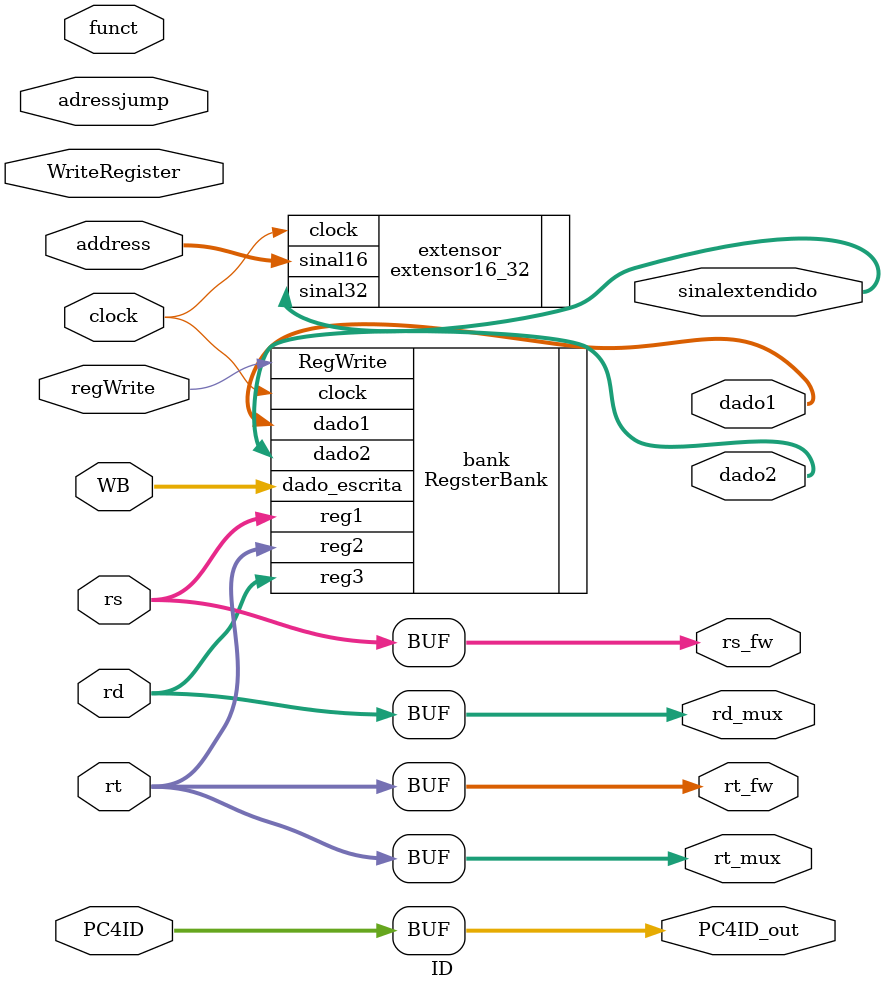
<source format=v>
`include "Banco_registradores.v"
`include "extensor16_32.v"

module ID(clock, rs, rt, rd, funct, address, adressjump, PC4ID, WB, WriteRegister, regWrite, dado1, dado2, sinalextendido, 
                rt_mux, rd_mux, rs_fw, rt_fw, PC4ID_out);

input clock;
input [4:0]rs;
input [4:0]rt;
input [4:0]rd;
input [5:0]funct;
input [15:0]address;
input [25:0]adressjump;
input [31:0]PC4ID;
input [31:0]WB;
input [4:0]WriteRegister;
input regWrite;

output [31:0]dado1;
output [31:0]dado2;
output [31:0]sinalextendido;
output reg [4:0]rt_mux;
output reg [4:0]rd_mux;
output reg [4:0]rs_fw;
output reg [4:0]rt_fw;
output reg [31:0]PC4ID_out;

initial begin
  rt_mux = rt;
  rt_fw = rt;
  rd_mux = rd;
  rs_fw = rs;
  PC4ID_out = PC4ID;
end

RegsterBank bank(
	.clock(clock), 
	.RegWrite(regWrite), 
	.reg1(rs), 
  .reg2(rt), 
	.reg3(rd), 
	.dado_escrita(WB), 
	.dado1(dado1), 
	.dado2(dado2));

extensor16_32 extensor(
	.clock(clock), 
	.sinal16(address), 
	.sinal32(sinalextendido));

/*initial begin
    $monitor("clock = %b \n registrador1 = %b \n registrador2 = %b \n registradordestino = %b \n dado escrito = %b \n dado 1 = %b, dado 2 = %b, sinal extendido = %b", clock, reg1, reg2, RD, WB, saida1, saida2, sinal32saida);
    clock = 0;
    EscReg = 0;
    //#5 instrucao = 32'b00000000001000100000000000000001;
    #5 RD = 32'b00000;
    //WB = 32'b00000000001000100000000000000000;
    
    #40 $finish;
end

always begin
  #5 clock = ~clock;
end*/

//banco_registradores banco(.clock(clock), .RegWrite(EscReg), .r1(reg1), .r2(reg2), .r3(RD), .dado_escrita(WB), .dado_lido1(saida1), .dado_lido2(saida2));

//extensor16_32 extensor(.clock(clock), .sinal16(sinal16entrada), .sinal32(sinal32saida));

endmodule
</source>
